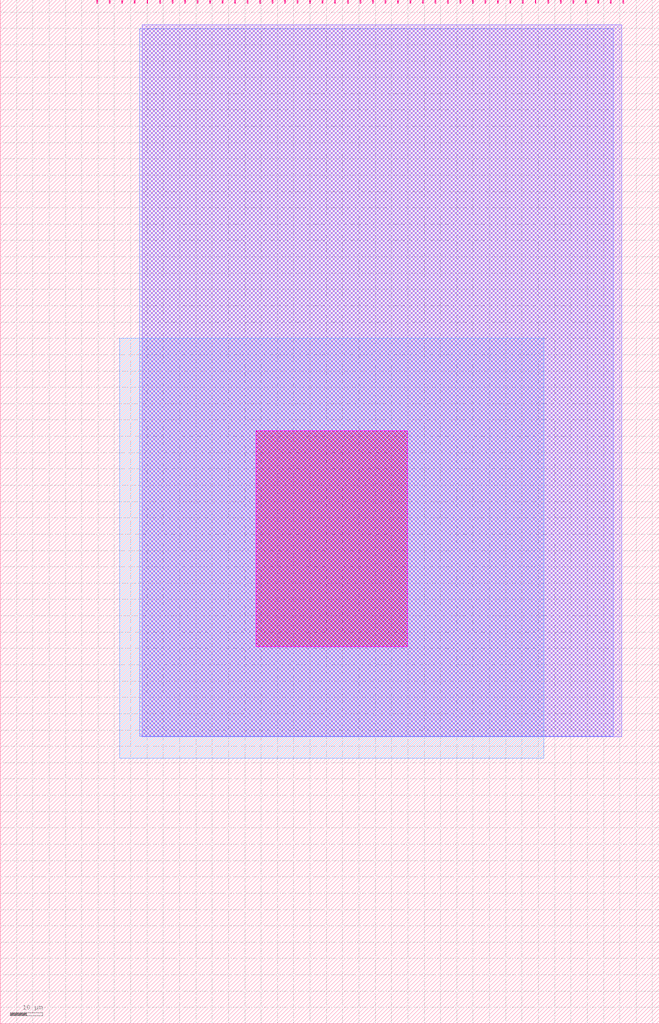
<source format=lef>
VERSION 5.7 ;
  NOWIREEXTENSIONATPIN ON ;
  DIVIDERCHAR "/" ;
  BUSBITCHARS "[]" ;
MACRO tt_um_oscillating_bones
  CLASS BLOCK ;
  FOREIGN tt_um_oscillating_bones ;
  ORIGIN 0.000 0.000 ;
  SIZE 202.080 BY 313.740 ;
  PIN ena
    PORT
      LAYER Metal5 ;
        RECT 190.890 312.740 191.190 313.740 ;
    END
  END ena
  PIN clk
    PORT
      LAYER Metal5 ;
        RECT 187.050 312.740 187.350 313.740 ;
    END
  END clk
  PIN rst_n
    PORT
      LAYER Metal5 ;
        RECT 183.210 312.740 183.510 313.740 ;
    END
  END rst_n
  PIN ui_in[0]
    PORT
      LAYER Metal5 ;
        RECT 179.370 312.740 179.670 313.740 ;
    END
  END ui_in[0]
  PIN ui_in[1]
    PORT
      LAYER Metal5 ;
        RECT 175.530 312.740 175.830 313.740 ;
    END
  END ui_in[1]
  PIN ui_in[2]
    PORT
      LAYER Metal5 ;
        RECT 171.690 312.740 171.990 313.740 ;
    END
  END ui_in[2]
  PIN ui_in[3]
    PORT
      LAYER Metal5 ;
        RECT 167.850 312.740 168.150 313.740 ;
    END
  END ui_in[3]
  PIN ui_in[4]
    PORT
      LAYER Metal5 ;
        RECT 164.010 312.740 164.310 313.740 ;
    END
  END ui_in[4]
  PIN ui_in[5]
    PORT
      LAYER Metal5 ;
        RECT 160.170 312.740 160.470 313.740 ;
    END
  END ui_in[5]
  PIN ui_in[6]
    PORT
      LAYER Metal5 ;
        RECT 156.330 312.740 156.630 313.740 ;
    END
  END ui_in[6]
  PIN ui_in[7]
    PORT
      LAYER Metal5 ;
        RECT 152.490 312.740 152.790 313.740 ;
    END
  END ui_in[7]
  PIN uio_in[0]
    PORT
      LAYER Metal5 ;
        RECT 148.650 312.740 148.950 313.740 ;
    END
  END uio_in[0]
  PIN uio_in[1]
    PORT
      LAYER Metal5 ;
        RECT 144.810 312.740 145.110 313.740 ;
    END
  END uio_in[1]
  PIN uio_in[2]
    PORT
      LAYER Metal5 ;
        RECT 140.970 312.740 141.270 313.740 ;
    END
  END uio_in[2]
  PIN uio_in[3]
    PORT
      LAYER Metal5 ;
        RECT 137.130 312.740 137.430 313.740 ;
    END
  END uio_in[3]
  PIN uio_in[4]
    PORT
      LAYER Metal5 ;
        RECT 133.290 312.740 133.590 313.740 ;
    END
  END uio_in[4]
  PIN uio_in[5]
    PORT
      LAYER Metal5 ;
        RECT 129.450 312.740 129.750 313.740 ;
    END
  END uio_in[5]
  PIN uio_in[6]
    PORT
      LAYER Metal5 ;
        RECT 125.610 312.740 125.910 313.740 ;
    END
  END uio_in[6]
  PIN uio_in[7]
    PORT
      LAYER Metal5 ;
        RECT 121.770 312.740 122.070 313.740 ;
    END
  END uio_in[7]
  PIN uio_oe[0]
    PORT
      LAYER Metal5 ;
        RECT 117.930 312.740 118.230 313.740 ;
    END
  END uio_oe[0]
  PIN uio_oe[1]
    PORT
      LAYER Metal5 ;
        RECT 114.090 312.740 114.390 313.740 ;
    END
  END uio_oe[1]
  PIN uio_oe[2]
    PORT
      LAYER Metal5 ;
        RECT 110.250 312.740 110.550 313.740 ;
    END
  END uio_oe[2]
  PIN uio_oe[3]
    PORT
      LAYER Metal5 ;
        RECT 106.410 312.740 106.710 313.740 ;
    END
  END uio_oe[3]
  PIN uio_oe[4]
    PORT
      LAYER Metal5 ;
        RECT 102.570 312.740 102.870 313.740 ;
    END
  END uio_oe[4]
  PIN uio_oe[5]
    PORT
      LAYER Metal5 ;
        RECT 98.730 312.740 99.030 313.740 ;
    END
  END uio_oe[5]
  PIN uio_oe[6]
    PORT
      LAYER Metal5 ;
        RECT 94.890 312.740 95.190 313.740 ;
    END
  END uio_oe[6]
  PIN uio_oe[7]
    PORT
      LAYER Metal5 ;
        RECT 91.050 312.740 91.350 313.740 ;
    END
  END uio_oe[7]
  PIN uio_out[0]
    PORT
      LAYER Metal5 ;
        RECT 87.210 312.740 87.510 313.740 ;
    END
  END uio_out[0]
  PIN uio_out[1]
    PORT
      LAYER Metal5 ;
        RECT 83.370 312.740 83.670 313.740 ;
    END
  END uio_out[1]
  PIN uio_out[2]
    PORT
      LAYER Metal5 ;
        RECT 79.530 312.740 79.830 313.740 ;
    END
  END uio_out[2]
  PIN uio_out[3]
    PORT
      LAYER Metal5 ;
        RECT 75.690 312.740 75.990 313.740 ;
    END
  END uio_out[3]
  PIN uio_out[4]
    PORT
      LAYER Metal5 ;
        RECT 71.850 312.740 72.150 313.740 ;
    END
  END uio_out[4]
  PIN uio_out[5]
    PORT
      LAYER Metal5 ;
        RECT 68.010 312.740 68.310 313.740 ;
    END
  END uio_out[5]
  PIN uio_out[6]
    PORT
      LAYER Metal5 ;
        RECT 64.170 312.740 64.470 313.740 ;
    END
  END uio_out[6]
  PIN uio_out[7]
    PORT
      LAYER Metal5 ;
        RECT 60.330 312.740 60.630 313.740 ;
    END
  END uio_out[7]
  PIN uo_out[0]
    PORT
      LAYER Metal5 ;
        RECT 56.490 312.740 56.790 313.740 ;
    END
  END uo_out[0]
  PIN uo_out[1]
    PORT
      LAYER Metal5 ;
        RECT 52.650 312.740 52.950 313.740 ;
    END
  END uo_out[1]
  PIN uo_out[2]
    PORT
      LAYER Metal5 ;
        RECT 48.810 312.740 49.110 313.740 ;
    END
  END uo_out[2]
  PIN uo_out[3]
    PORT
      LAYER Metal5 ;
        RECT 44.970 312.740 45.270 313.740 ;
    END
  END uo_out[3]
  PIN uo_out[4]
    PORT
      LAYER Metal5 ;
        RECT 41.130 312.740 41.430 313.740 ;
    END
  END uo_out[4]
  PIN uo_out[5]
    PORT
      LAYER Metal5 ;
        RECT 37.290 312.740 37.590 313.740 ;
    END
  END uo_out[5]
  PIN uo_out[6]
    PORT
      LAYER Metal5 ;
        RECT 33.450 312.740 33.750 313.740 ;
    END
  END uo_out[6]
  PIN uo_out[7]
    PORT
      LAYER Metal5 ;
        RECT 29.610 312.740 29.910 313.740 ;
    END
  END uo_out[7]
  OBS
      LAYER GatPoly ;
        RECT 43.435 87.875 190.665 306.080 ;
      LAYER Metal1 ;
        RECT 43.435 87.875 190.665 306.150 ;
      LAYER Metal2 ;
        RECT 42.705 88.105 187.945 304.880 ;
      LAYER Metal3 ;
        RECT 36.575 81.315 166.735 210.035 ;
      LAYER Metal4 ;
        RECT 78.495 115.445 124.905 181.745 ;
      LAYER Metal5 ;
        RECT 78.495 115.445 124.905 181.745 ;
      LAYER TopMetal1 ;
        RECT 78.495 115.445 124.905 181.745 ;
  END
END tt_um_oscillating_bones
END LIBRARY


</source>
